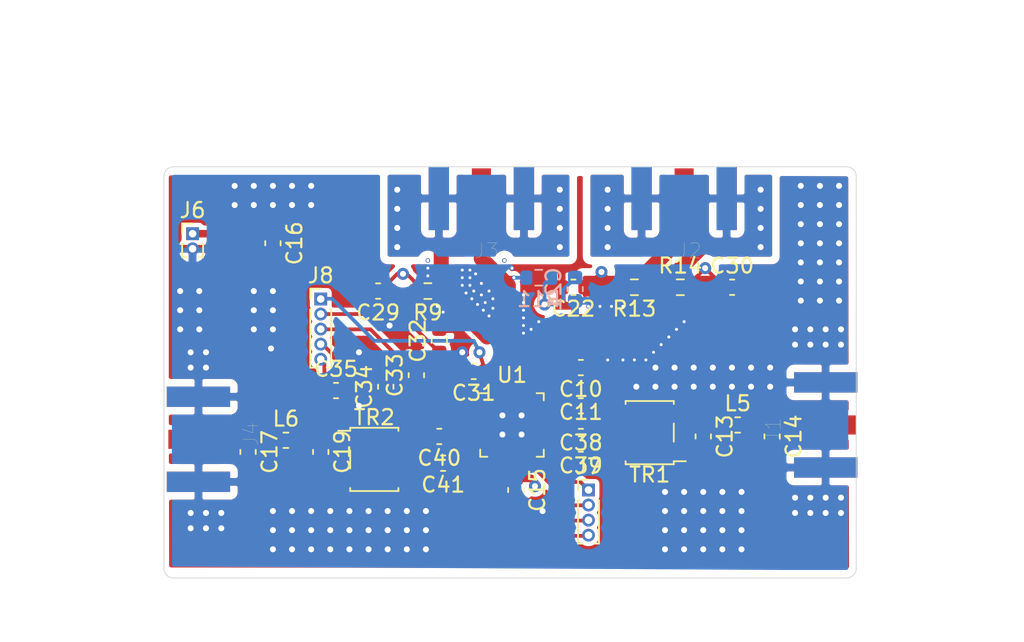
<source format=kicad_pcb>
(kicad_pcb (version 20171130) (host pcbnew "(5.1.9)-1")
  (layers (0 F.Cu signal) (1 In1.Cu power) (2 In2.Cu power) (31 B.Cu signal) (35 F.Paste user) (37 F.SilkS user) (39 F.Mask user) (44 Edge.Cuts user))
  (net 0 "")
  (net 1 "Net-(C10-Pad2)")
  (net 2 "Net-(C10-Pad1)")
  (net 3 "Net-(C11-Pad2)")
  (net 4 GND)
  (net 5 "Net-(C13-Pad1)")
  (net 6 "Net-(C19-Pad1)")
  (net 7 REF)
  (net 8 "Net-(C38-Pad2)")
  (net 9 "Net-(C39-Pad2)")
  (net 10 "Net-(C40-Pad1)")
  (net 11 "Net-(C41-Pad1)")
  (net 12 EN)
  (net 13 EDC)
  (net 14 EIP2)
  (net 15 VCC)
  (net 16 /LO)
  (net 17 /RF)
  (net 18 /Q+)
  (net 19 /I+)
  (net 20 /I-)
  (net 21 /Q-)
  (net 22 /IP2Q)
  (net 23 /DCOQ)
  (net 24 /DCOI)
  (net 25 /IP21)
  (net 26 Vbias)
  (net 27 /LO+)
  (net 28 /LO-)
  (net 29 /RF+)
  (net 30 /RF-)
  (module AdditionalLibs:SAMTEC_SMA-J-P-H-ST-EM1 (layer F.Cu) (at 174.5615 83.5025 270)
    (fp_text reference J4 (at -0.34105 -3.66967 90) (layer F.SilkS) (effects (font (thickness 0.015))))
    (fp_text value "Q OUT")
    (pad 3_2 smd rect (at 2.825 -0.2 270) (size 1.35 4.2) (layers B.Cu B.Paste B.Mask) (net 4 GND))
    (pad 2_2 smd rect (at -2.825 -0.2 270) (size 1.35 4.2) (layers B.Cu B.Paste B.Mask) (net 4 GND))
    (pad 3_1 smd rect (at 2.825 -0.2 270) (size 1.35 4.2) (layers F.Cu F.Paste F.Mask) (net 4 GND))
    (pad 2_1 smd rect (at -2.825 -0.2 270) (size 1.35 4.2) (layers F.Cu F.Paste F.Mask) (net 4 GND))
    (pad 1 smd rect (at 0 0 270) (size 1.27 3.6) (layers F.Cu F.Paste F.Mask) (net 17 /RF))
  )
  (module Connector_PinHeader_1.00mm:PinHeader_1x05_P1.00mm_Vertical (layer F.Cu) (at 182.88 74.184)
    (fp_text reference J8 (at 0 -1.56) (layer F.SilkS))
    (fp_text value Conn_01x05)
    (pad 5 thru_hole oval (at 0 4) (size 0.85 0.85) (drill 0.5) (layers *.Cu *.Mask) (net 25 /IP21))
    (pad 4 thru_hole oval (at 0 3) (size 0.85 0.85) (drill 0.5) (layers *.Cu *.Mask) (net 24 /DCOI))
    (pad 3 thru_hole oval (at 0 2) (size 0.85 0.85) (drill 0.5) (layers *.Cu *.Mask) (net 23 /DCOQ))
    (pad 2 thru_hole oval (at 0 1) (size 0.85 0.85) (drill 0.5) (layers *.Cu *.Mask) (net 22 /IP2Q))
    (pad 1 thru_hole rect (at 0 0) (size 0.85 0.85) (drill 0.5) (layers *.Cu *.Mask) (net 7 REF))
  )
  (module Connector_PinHeader_1.00mm:PinHeader_1x04_P1.00mm_Vertical (layer F.Cu) (at 200.66 86.868)
    (fp_text reference J7 (at 0 -1.56) (layer F.SilkS))
    (fp_text value Conn_01x04)
    (pad 4 thru_hole oval (at 0 3) (size 0.85 0.85) (drill 0.5) (layers *.Cu *.Mask) (net 12 EN))
    (pad 3 thru_hole oval (at 0 2) (size 0.85 0.85) (drill 0.5) (layers *.Cu *.Mask) (net 26 Vbias))
    (pad 2 thru_hole oval (at 0 1) (size 0.85 0.85) (drill 0.5) (layers *.Cu *.Mask) (net 13 EDC))
    (pad 1 thru_hole rect (at 0 0) (size 0.85 0.85) (drill 0.5) (layers *.Cu *.Mask) (net 14 EIP2))
  )
  (module Connector_PinHeader_1.00mm:PinHeader_1x02_P1.00mm_Vertical (layer F.Cu) (at 174.371 69.85)
    (fp_text reference J6 (at 0 -1.56) (layer F.SilkS))
    (fp_text value Conn_01x02)
    (pad 2 thru_hole oval (at 0 1) (size 0.85 0.85) (drill 0.5) (layers *.Cu *.Mask) (net 4 GND))
    (pad 1 thru_hole rect (at 0 0) (size 0.85 0.85) (drill 0.5) (layers *.Cu *.Mask) (net 15 VCC))
  )
  (module AdditionalLibs:SAMTEC_SMA-J-P-H-ST-EM1 (layer F.Cu) (at 193.548 67.31 180)
    (fp_text reference J3 (at -0.34105 -3.66967) (layer F.SilkS) (effects (font (thickness 0.015))))
    (fp_text value "I Out")
    (pad 1 smd rect (at 0 0 180) (size 1.27 3.6) (layers F.Cu F.Paste F.Mask) (net 19 /I+))
    (pad 2_1 smd rect (at -2.825 -0.2 180) (size 1.35 4.2) (layers F.Cu F.Paste F.Mask) (net 20 /I-))
    (pad 3_1 smd rect (at 2.825 -0.2 180) (size 1.35 4.2) (layers F.Cu F.Paste F.Mask) (net 20 /I-))
    (pad 2_2 smd rect (at -2.825 -0.2 180) (size 1.35 4.2) (layers B.Cu B.Paste B.Mask) (net 20 /I-))
    (pad 3_2 smd rect (at 2.825 -0.2 180) (size 1.35 4.2) (layers B.Cu B.Paste B.Mask) (net 20 /I-))
  )
  (module AdditionalLibs:SAMTEC_SMA-J-P-H-ST-EM1 (layer F.Cu) (at 207.01 67.31 180)
    (fp_text reference J2 (at -0.34105 -3.66967) (layer F.SilkS) (effects (font (thickness 0.015))))
    (fp_text value "Q OUT")
    (pad 3_2 smd rect (at 2.825 -0.2 180) (size 1.35 4.2) (layers B.Cu B.Paste B.Mask) (net 21 /Q-))
    (pad 2_2 smd rect (at -2.825 -0.2 180) (size 1.35 4.2) (layers B.Cu B.Paste B.Mask) (net 21 /Q-))
    (pad 3_1 smd rect (at 2.825 -0.2 180) (size 1.35 4.2) (layers F.Cu F.Paste F.Mask) (net 21 /Q-))
    (pad 2_1 smd rect (at -2.825 -0.2 180) (size 1.35 4.2) (layers F.Cu F.Paste F.Mask) (net 21 /Q-))
    (pad 1 smd rect (at 0 0 180) (size 1.27 3.6) (layers F.Cu F.Paste F.Mask) (net 18 /Q+))
  )
  (module AdditionalLibs:SAMTEC_SMA-J-P-H-ST-EM1 (layer F.Cu) (at 216.608 82.55 90)
    (fp_text reference J1 (at -0.34105 -3.66967 90) (layer F.SilkS) (effects (font (thickness 0.015))))
    (fp_text value LO)
    (pad 1 smd rect (at 0 0 90) (size 1.27 3.6) (layers F.Cu F.Paste F.Mask) (net 16 /LO))
    (pad 2_1 smd rect (at -2.825 -0.2 90) (size 1.35 4.2) (layers F.Cu F.Paste F.Mask) (net 4 GND))
    (pad 3_1 smd rect (at 2.825 -0.2 90) (size 1.35 4.2) (layers F.Cu F.Paste F.Mask) (net 4 GND))
    (pad 2_2 smd rect (at -2.825 -0.2 90) (size 1.35 4.2) (layers B.Cu B.Paste B.Mask) (net 4 GND))
    (pad 3_2 smd rect (at 2.825 -0.2 90) (size 1.35 4.2) (layers B.Cu B.Paste B.Mask) (net 4 GND))
  )
  (module Capacitor_SMD:C_0603_1608Metric (layer F.Cu) (at 195.834 86.868 270)
    (fp_text reference C15 (at 0 -1.43 90) (layer F.SilkS))
    (fp_text value C)
    (pad 2 smd roundrect (at 0.775 0 270) (size 0.9 0.95) (layers F.Cu F.Paste F.Mask) (net 4 GND))
    (pad 1 smd roundrect (at -0.775 0 270) (size 0.9 0.95) (layers F.Cu F.Paste F.Mask) (net 15 VCC))
  )
  (module Transformer_SMD:Transformer_MACOM_SM-22 (layer F.Cu) (at 186.436 84.836)
    (fp_text reference TR2 (at 0 -2.794) (layer F.SilkS))
    (fp_text value ETC1-1-13)
    (pad 5 smd rect (at 1.715 -1.27) (size 1.4 0.76) (layers F.Cu F.Paste F.Mask) (net 29 /RF+))
    (pad 4 smd rect (at 1.715 0) (size 1.4 0.76) (layers F.Cu F.Paste F.Mask) (net 4 GND))
    (pad 3 smd rect (at 1.715 1.27) (size 1.4 0.76) (layers F.Cu F.Paste F.Mask) (net 30 /RF-))
    (pad 2 smd rect (at -1.715 1.27) (size 1.4 0.76) (layers F.Cu F.Paste F.Mask) (net 4 GND))
    (pad 1 smd rect (at -1.715 -1.27) (size 1.4 0.76) (layers F.Cu F.Paste F.Mask) (net 6 "Net-(C19-Pad1)"))
  )
  (module Transformer_SMD:Transformer_MACOM_SM-22 (layer F.Cu) (at 204.724 83.058 180)
    (fp_text reference TR1 (at 0 -2.794) (layer F.SilkS))
    (fp_text value ETC1-1-13)
    (pad 5 smd rect (at 1.715 -1.27 180) (size 1.4 0.76) (layers F.Cu F.Paste F.Mask) (net 28 /LO-))
    (pad 4 smd rect (at 1.715 0 180) (size 1.4 0.76) (layers F.Cu F.Paste F.Mask) (net 4 GND))
    (pad 3 smd rect (at 1.715 1.27 180) (size 1.4 0.76) (layers F.Cu F.Paste F.Mask) (net 27 /LO+))
    (pad 2 smd rect (at -1.715 1.27 180) (size 1.4 0.76) (layers F.Cu F.Paste F.Mask) (net 5 "Net-(C13-Pad1)"))
    (pad 1 smd rect (at -1.715 -1.27 180) (size 1.4 0.76) (layers F.Cu F.Paste F.Mask) (net 4 GND))
  )
  (module Resistor_SMD:R_0603_1608Metric (layer F.Cu) (at 206.756 73.406)
    (fp_text reference R14 (at 0 -1.43) (layer F.SilkS))
    (fp_text value R)
    (pad 2 smd roundrect (at 0.825 0) (size 0.8 0.95) (layers F.Cu F.Paste F.Mask) (net 15 VCC))
    (pad 1 smd roundrect (at -0.825 0) (size 0.8 0.95) (layers F.Cu F.Paste F.Mask) (net 21 /Q-))
  )
  (module Resistor_SMD:R_0603_1608Metric (layer F.Cu) (at 203.708 73.406 180)
    (fp_text reference R13 (at 0 -1.43) (layer F.SilkS))
    (fp_text value R)
    (pad 2 smd roundrect (at 0.825 0 180) (size 0.8 0.95) (layers F.Cu F.Paste F.Mask) (net 15 VCC))
    (pad 1 smd roundrect (at -0.825 0 180) (size 0.8 0.95) (layers F.Cu F.Paste F.Mask) (net 18 /Q+))
  )
  (module Resistor_SMD:R_0603_1608Metric (layer B.Cu) (at 197.358 72.771)
    (fp_text reference R11 (at 0 1.43) (layer B.SilkS) (effects (justify mirror)))
    (fp_text value R)
    (pad 2 smd roundrect (at 0.825 0) (size 0.8 0.95) (layers B.Cu B.Paste B.Mask) (net 15 VCC))
    (pad 1 smd roundrect (at -0.825 0) (size 0.8 0.95) (layers B.Cu B.Paste B.Mask) (net 19 /I+))
  )
  (module Resistor_SMD:R_0603_1608Metric (layer F.Cu) (at 189.992 73.66 180)
    (fp_text reference R9 (at 0 -1.43) (layer F.SilkS))
    (fp_text value R)
    (pad 2 smd roundrect (at 0.825 0 180) (size 0.8 0.95) (layers F.Cu F.Paste F.Mask) (net 15 VCC))
    (pad 1 smd roundrect (at -0.825 0 180) (size 0.8 0.95) (layers F.Cu F.Paste F.Mask) (net 20 /I-))
  )
  (module Inductor_SMD:L_0603_1608Metric (layer F.Cu) (at 180.5685 83.566)
    (fp_text reference L6 (at 0 -1.43) (layer F.SilkS))
    (fp_text value L)
    (pad 2 smd roundrect (at 0.7875 0) (size 0.875 0.95) (layers F.Cu F.Paste F.Mask) (net 6 "Net-(C19-Pad1)"))
    (pad 1 smd roundrect (at -0.7875 0) (size 0.875 0.95) (layers F.Cu F.Paste F.Mask) (net 17 /RF))
  )
  (module Inductor_SMD:L_0603_1608Metric (layer F.Cu) (at 210.566 82.55)
    (fp_text reference L5 (at 0 -1.43) (layer F.SilkS))
    (fp_text value L)
    (pad 2 smd roundrect (at 0.7875 0) (size 0.875 0.95) (layers F.Cu F.Paste F.Mask) (net 16 /LO))
    (pad 1 smd roundrect (at -0.7875 0) (size 0.875 0.95) (layers F.Cu F.Paste F.Mask) (net 5 "Net-(C13-Pad1)"))
  )
  (module Capacitor_SMD:C_0603_1608Metric (layer F.Cu) (at 191.008 85.09 180)
    (fp_text reference C41 (at 0 -1.43) (layer F.SilkS))
    (fp_text value C)
    (pad 2 smd roundrect (at 0.775 0 180) (size 0.9 0.95) (layers F.Cu F.Paste F.Mask) (net 30 /RF-))
    (pad 1 smd roundrect (at -0.775 0 180) (size 0.9 0.95) (layers F.Cu F.Paste F.Mask) (net 11 "Net-(C41-Pad1)"))
  )
  (module Capacitor_SMD:C_0603_1608Metric (layer F.Cu) (at 190.754 83.312 180)
    (fp_text reference C40 (at 0 -1.43) (layer F.SilkS))
    (fp_text value C)
    (pad 2 smd roundrect (at 0.775 0 180) (size 0.9 0.95) (layers F.Cu F.Paste F.Mask) (net 29 /RF+))
    (pad 1 smd roundrect (at -0.775 0 180) (size 0.9 0.95) (layers F.Cu F.Paste F.Mask) (net 10 "Net-(C40-Pad1)"))
  )
  (module Capacitor_SMD:C_0603_1608Metric (layer F.Cu) (at 200.152 83.82 180)
    (fp_text reference C39 (at 0 -1.43) (layer F.SilkS))
    (fp_text value C)
    (pad 2 smd roundrect (at 0.775 0 180) (size 0.9 0.95) (layers F.Cu F.Paste F.Mask) (net 9 "Net-(C39-Pad2)"))
    (pad 1 smd roundrect (at -0.775 0 180) (size 0.9 0.95) (layers F.Cu F.Paste F.Mask) (net 28 /LO-))
  )
  (module Capacitor_SMD:C_0603_1608Metric (layer F.Cu) (at 200.152 82.296 180)
    (fp_text reference C38 (at 0 -1.43) (layer F.SilkS))
    (fp_text value C)
    (pad 2 smd roundrect (at 0.775 0 180) (size 0.9 0.95) (layers F.Cu F.Paste F.Mask) (net 8 "Net-(C38-Pad2)"))
    (pad 1 smd roundrect (at -0.775 0 180) (size 0.9 0.95) (layers F.Cu F.Paste F.Mask) (net 27 /LO+))
  )
  (module Capacitor_SMD:C_0603_1608Metric (layer F.Cu) (at 183.896 80.264)
    (fp_text reference C35 (at 0 -1.43) (layer F.SilkS))
    (fp_text value C)
    (pad 2 smd roundrect (at 0.775 0) (size 0.9 0.95) (layers F.Cu F.Paste F.Mask) (net 4 GND))
    (pad 1 smd roundrect (at -0.775 0) (size 0.9 0.95) (layers F.Cu F.Paste F.Mask) (net 25 /IP21))
  )
  (module Capacitor_SMD:C_0603_1608Metric (layer F.Cu) (at 187.198 80.01 90)
    (fp_text reference C34 (at 0 -1.43 90) (layer F.SilkS))
    (fp_text value C)
    (pad 2 smd roundrect (at 0.775 0 90) (size 0.9 0.95) (layers F.Cu F.Paste F.Mask) (net 4 GND))
    (pad 1 smd roundrect (at -0.775 0 90) (size 0.9 0.95) (layers F.Cu F.Paste F.Mask) (net 24 /DCOI))
  )
  (module Capacitor_SMD:C_0603_1608Metric (layer F.Cu) (at 189.23 79.248 90)
    (fp_text reference C33 (at 0 -1.43 90) (layer F.SilkS))
    (fp_text value C)
    (pad 2 smd roundrect (at 0.775 0 90) (size 0.9 0.95) (layers F.Cu F.Paste F.Mask) (net 4 GND))
    (pad 1 smd roundrect (at -0.775 0 90) (size 0.9 0.95) (layers F.Cu F.Paste F.Mask) (net 23 /DCOQ))
  )
  (module Capacitor_SMD:C_0603_1608Metric (layer F.Cu) (at 190.754 76.962 90)
    (fp_text reference C32 (at 0 -1.43 90) (layer F.SilkS))
    (fp_text value C)
    (pad 2 smd roundrect (at 0.775 0 90) (size 0.9 0.95) (layers F.Cu F.Paste F.Mask) (net 4 GND))
    (pad 1 smd roundrect (at -0.775 0 90) (size 0.9 0.95) (layers F.Cu F.Paste F.Mask) (net 22 /IP2Q))
  )
  (module Capacitor_SMD:C_0603_1608Metric (layer F.Cu) (at 193.04 78.994 180)
    (fp_text reference C31 (at 0 -1.43) (layer F.SilkS))
    (fp_text value C)
    (pad 2 smd roundrect (at 0.775 0 180) (size 0.9 0.95) (layers F.Cu F.Paste F.Mask) (net 4 GND))
    (pad 1 smd roundrect (at -0.775 0 180) (size 0.9 0.95) (layers F.Cu F.Paste F.Mask) (net 7 REF))
  )
  (module Capacitor_SMD:C_0603_1608Metric (layer F.Cu) (at 210.198 73.406)
    (fp_text reference C30 (at 0 -1.43) (layer F.SilkS))
    (fp_text value C)
    (pad 2 smd roundrect (at 0.775 0) (size 0.9 0.95) (layers F.Cu F.Paste F.Mask) (net 4 GND))
    (pad 1 smd roundrect (at -0.775 0) (size 0.9 0.95) (layers F.Cu F.Paste F.Mask) (net 15 VCC))
  )
  (module Capacitor_SMD:C_0603_1608Metric (layer F.Cu) (at 186.69 73.66 180)
    (fp_text reference C29 (at 0 -1.43) (layer F.SilkS))
    (fp_text value C)
    (pad 2 smd roundrect (at 0.775 0 180) (size 0.9 0.95) (layers F.Cu F.Paste F.Mask) (net 4 GND))
    (pad 1 smd roundrect (at -0.775 0 180) (size 0.9 0.95) (layers F.Cu F.Paste F.Mask) (net 15 VCC))
  )
  (module Capacitor_SMD:C_0603_1608Metric (layer F.Cu) (at 199.657 73.406 180)
    (fp_text reference C22 (at 0 -1.43) (layer F.SilkS))
    (fp_text value C)
    (pad 2 smd roundrect (at 0.775 0 180) (size 0.9 0.95) (layers F.Cu F.Paste F.Mask) (net 4 GND))
    (pad 1 smd roundrect (at -0.775 0 180) (size 0.9 0.95) (layers F.Cu F.Paste F.Mask) (net 15 VCC))
  )
  (module Capacitor_SMD:C_0603_1608Metric (layer B.Cu) (at 199.771 73.533 270)
    (fp_text reference C21 (at 0 1.43 90) (layer B.SilkS) (effects (justify mirror)))
    (fp_text value C)
    (pad 2 smd roundrect (at 0.775 0 270) (size 0.9 0.95) (layers B.Cu B.Paste B.Mask) (net 4 GND))
    (pad 1 smd roundrect (at -0.775 0 270) (size 0.9 0.95) (layers B.Cu B.Paste B.Mask) (net 15 VCC))
  )
  (module Capacitor_SMD:C_0603_1608Metric (layer F.Cu) (at 182.88 84.341 270)
    (fp_text reference C19 (at 0 -1.43 90) (layer F.SilkS))
    (fp_text value C)
    (pad 2 smd roundrect (at 0.775 0 270) (size 0.9 0.95) (layers F.Cu F.Paste F.Mask) (net 4 GND))
    (pad 1 smd roundrect (at -0.775 0 270) (size 0.9 0.95) (layers F.Cu F.Paste F.Mask) (net 6 "Net-(C19-Pad1)"))
  )
  (module Capacitor_SMD:C_0603_1608Metric (layer F.Cu) (at 178.054 84.341 270)
    (fp_text reference C17 (at 0 -1.43 90) (layer F.SilkS))
    (fp_text value C)
    (pad 2 smd roundrect (at 0.775 0 270) (size 0.9 0.95) (layers F.Cu F.Paste F.Mask) (net 4 GND))
    (pad 1 smd roundrect (at -0.775 0 270) (size 0.9 0.95) (layers F.Cu F.Paste F.Mask) (net 17 /RF))
  )
  (module Capacitor_SMD:C_0603_1608Metric (layer F.Cu) (at 179.705 70.485 270)
    (fp_text reference C16 (at 0 -1.43 90) (layer F.SilkS))
    (fp_text value C)
    (pad 2 smd roundrect (at 0.775 0 270) (size 0.9 0.95) (layers F.Cu F.Paste F.Mask) (net 4 GND))
    (pad 1 smd roundrect (at -0.775 0 270) (size 0.9 0.95) (layers F.Cu F.Paste F.Mask) (net 15 VCC))
  )
  (module Capacitor_SMD:C_0603_1608Metric (layer F.Cu) (at 212.852 83.312 270)
    (fp_text reference C14 (at 0 -1.43 90) (layer F.SilkS))
    (fp_text value C)
    (pad 2 smd roundrect (at 0.775 0 270) (size 0.9 0.95) (layers F.Cu F.Paste F.Mask) (net 4 GND))
    (pad 1 smd roundrect (at -0.775 0 270) (size 0.9 0.95) (layers F.Cu F.Paste F.Mask) (net 16 /LO))
  )
  (module Capacitor_SMD:C_0603_1608Metric (layer F.Cu) (at 208.28 83.312 270)
    (fp_text reference C13 (at 0 -1.43 90) (layer F.SilkS))
    (fp_text value C)
    (pad 2 smd roundrect (at 0.775 0 270) (size 0.9 0.95) (layers F.Cu F.Paste F.Mask) (net 4 GND))
    (pad 1 smd roundrect (at -0.775 0 270) (size 0.9 0.95) (layers F.Cu F.Paste F.Mask) (net 5 "Net-(C13-Pad1)"))
  )
  (module Capacitor_SMD:C_0603_1608Metric (layer F.Cu) (at 200.152 80.264 180)
    (fp_text reference C11 (at 0 -1.43) (layer F.SilkS))
    (fp_text value C)
    (pad 2 smd roundrect (at 0.775 0 180) (size 0.9 0.95) (layers F.Cu F.Paste F.Mask) (net 3 "Net-(C11-Pad2)"))
    (pad 1 smd roundrect (at -0.775 0 180) (size 0.9 0.95) (layers F.Cu F.Paste F.Mask) (net 2 "Net-(C10-Pad1)"))
  )
  (module Capacitor_SMD:C_0603_1608Metric (layer F.Cu) (at 200.152 78.74 180)
    (fp_text reference C10 (at 0 -1.43) (layer F.SilkS))
    (fp_text value C)
    (pad 2 smd roundrect (at 0.775 0 180) (size 0.9 0.95) (layers F.Cu F.Paste F.Mask) (net 1 "Net-(C10-Pad2)"))
    (pad 1 smd roundrect (at -0.775 0 180) (size 0.9 0.95) (layers F.Cu F.Paste F.Mask) (net 2 "Net-(C10-Pad1)"))
  )
  (module Package_DFN_QFN:VQFN-24-1EP_4x4mm_P0.5mm_EP2.45x2.45mm (layer F.Cu) (at 195.58 82.55)
    (fp_text reference U1 (at 0 -3.32) (layer F.SilkS))
    (fp_text value LTC5584)
    (pad 1 smd roundrect (at -1.9875 -1.25) (size 0.775 0.25) (layers F.Cu F.Paste F.Mask) (net 22 /IP2Q))
    (pad 2 smd roundrect (at -1.9875 -0.75) (size 0.775 0.25) (layers F.Cu F.Paste F.Mask) (net 23 /DCOQ))
    (pad 3 smd roundrect (at -1.9875 -0.25) (size 0.775 0.25) (layers F.Cu F.Paste F.Mask) (net 24 /DCOI))
    (pad 4 smd roundrect (at -1.9875 0.25) (size 0.775 0.25) (layers F.Cu F.Paste F.Mask) (net 25 /IP21))
    (pad 5 smd roundrect (at -1.9875 0.75) (size 0.775 0.25) (layers F.Cu F.Paste F.Mask) (net 10 "Net-(C40-Pad1)"))
    (pad 6 smd roundrect (at -1.9875 1.25) (size 0.775 0.25) (layers F.Cu F.Paste F.Mask) (net 11 "Net-(C41-Pad1)"))
    (pad 7 smd roundrect (at -1.25 1.9875) (size 0.25 0.775) (layers F.Cu F.Paste F.Mask) (net 12 EN))
    (pad 8 smd roundrect (at -0.75 1.9875) (size 0.25 0.775) (layers F.Cu F.Paste F.Mask) (net 4 GND))
    (pad 9 smd roundrect (at -0.25 1.9875) (size 0.25 0.775) (layers F.Cu F.Paste F.Mask) (net 26 Vbias))
    (pad 10 smd roundrect (at 0.25 1.9875) (size 0.25 0.775) (layers F.Cu F.Paste F.Mask) (net 15 VCC))
    (pad 11 smd roundrect (at 0.75 1.9875) (size 0.25 0.775) (layers F.Cu F.Paste F.Mask) (net 13 EDC))
    (pad 12 smd roundrect (at 1.25 1.9875) (size 0.25 0.775) (layers F.Cu F.Paste F.Mask) (net 14 EIP2))
    (pad 13 smd roundrect (at 1.9875 1.25) (size 0.775 0.25) (layers F.Cu F.Paste F.Mask) (net 4 GND))
    (pad 14 smd roundrect (at 1.9875 0.75) (size 0.775 0.25) (layers F.Cu F.Paste F.Mask) (net 4 GND))
    (pad 15 smd roundrect (at 1.9875 0.25) (size 0.775 0.25) (layers F.Cu F.Paste F.Mask) (net 9 "Net-(C39-Pad2)"))
    (pad 16 smd roundrect (at 1.9875 -0.25) (size 0.775 0.25) (layers F.Cu F.Paste F.Mask) (net 8 "Net-(C38-Pad2)"))
    (pad 17 smd roundrect (at 1.9875 -0.75) (size 0.775 0.25) (layers F.Cu F.Paste F.Mask) (net 2 "Net-(C10-Pad1)"))
    (pad 18 smd roundrect (at 1.9875 -1.25) (size 0.775 0.25) (layers F.Cu F.Paste F.Mask) (net 3 "Net-(C11-Pad2)"))
    (pad 19 smd roundrect (at 1.25 -1.9875) (size 0.25 0.775) (layers F.Cu F.Paste F.Mask) (net 1 "Net-(C10-Pad2)"))
    (pad 20 smd roundrect (at 0.75 -1.9875) (size 0.25 0.775) (layers F.Cu F.Paste F.Mask) (net 21 /Q-))
    (pad 21 smd roundrect (at 0.25 -1.9875) (size 0.25 0.775) (layers F.Cu F.Paste F.Mask) (net 18 /Q+))
    (pad 22 smd roundrect (at -0.25 -1.9875) (size 0.25 0.775) (layers F.Cu F.Paste F.Mask) (net 19 /I+))
    (pad 23 smd roundrect (at -0.75 -1.9875) (size 0.25 0.775) (layers F.Cu F.Paste F.Mask) (net 20 /I-))
    (pad 24 smd roundrect (at -1.25 -1.9875) (size 0.25 0.775) (layers F.Cu F.Paste F.Mask) (net 7 REF))
    (pad 25 smd rect (at 0 0) (size 2.45 2.45) (layers F.Cu F.Mask) (net 4 GND))
  )
  (gr_line (start 218.44 66.04) (end 218.44 92.075) (layer Edge.Cuts) (width 0.05))
  (gr_line (start 217.805 92.71) (end 173.101 92.71) (layer Edge.Cuts) (width 0.05))
  (gr_line (start 173.101 65.405) (end 217.805 65.405) (layer Edge.Cuts) (width 0.05))
  (gr_line (start 172.466 92.075) (end 172.466 66.04) (layer Edge.Cuts) (width 0.05))
  (gr_arc (start 173.101 66.04) (end 173.101 65.405) (angle -90) (layer Edge.Cuts) (width 0.05))
  (gr_arc (start 173.101 92.075) (end 172.466 92.075) (angle -90) (layer Edge.Cuts) (width 0.05))
  (gr_arc (start 217.805 92.075) (end 217.805 92.71) (angle -90) (layer Edge.Cuts) (width 0.05))
  (gr_arc (start 217.805 66.04) (end 218.44 66.04) (angle -90) (layer Edge.Cuts) (width 0.05))
  (segment (start 199.377 78.74) (end 198.882 78.74) (width 0.25) (layer F.Cu) (net 1))
  (segment (start 198.882 78.74) (end 197.104 80.518) (width 0.25) (layer F.Cu) (net 1))
  (segment (start 197.104 80.518) (end 196.85 80.518) (width 0.25) (layer F.Cu) (net 1))
  (segment (start 197.5675 81.8) (end 198.108 81.8) (width 0.25) (layer F.Cu) (net 2))
  (segment (start 198.108 81.8) (end 198.628 81.28) (width 0.25) (layer F.Cu) (net 2))
  (segment (start 198.628 81.28) (end 200.152 81.28) (width 0.25) (layer F.Cu) (net 2))
  (segment (start 200.152 81.28) (end 200.914 80.518) (width 0.25) (layer F.Cu) (net 2))
  (segment (start 200.914 80.518) (end 200.914 80.264) (width 0.25) (layer F.Cu) (net 2))
  (segment (start 200.914 80.264) (end 200.914 78.74) (width 0.25) (layer F.Cu) (net 2))
  (segment (start 197.5675 81.3) (end 198.6035 80.264) (width 0.25) (layer F.Cu) (net 3))
  (segment (start 198.6035 80.264) (end 199.39 80.264) (width 0.25) (layer F.Cu) (net 3))
  (via (at 205.74 86.995) (size 0.8) (drill 0.4) (layers F.Cu B.Cu) (net 4))
  (via (at 207.01 86.995) (size 0.8) (drill 0.4) (layers F.Cu B.Cu) (net 4))
  (via (at 208.28 86.995) (size 0.8) (drill 0.4) (layers F.Cu B.Cu) (net 4))
  (via (at 209.55 86.995) (size 0.8) (drill 0.4) (layers F.Cu B.Cu) (net 4))
  (via (at 210.82 86.995) (size 0.8) (drill 0.4) (layers F.Cu B.Cu) (net 4))
  (via (at 205.74 88.265) (size 0.8) (drill 0.4) (layers F.Cu B.Cu) (net 4))
  (via (at 207.01 88.265) (size 0.8) (drill 0.4) (layers F.Cu B.Cu) (net 4))
  (via (at 208.28 88.265) (size 0.8) (drill 0.4) (layers F.Cu B.Cu) (net 4))
  (via (at 209.55 88.265) (size 0.8) (drill 0.4) (layers F.Cu B.Cu) (net 4))
  (via (at 210.82 88.265) (size 0.8) (drill 0.4) (layers F.Cu B.Cu) (net 4))
  (via (at 205.74 90.805) (size 0.8) (drill 0.4) (layers F.Cu B.Cu) (net 4))
  (via (at 207.01 89.535) (size 0.8) (drill 0.4) (layers F.Cu B.Cu) (net 4))
  (via (at 208.28 89.535) (size 0.8) (drill 0.4) (layers F.Cu B.Cu) (net 4))
  (via (at 209.55 90.805) (size 0.8) (drill 0.4) (layers F.Cu B.Cu) (net 4))
  (via (at 209.55 89.535) (size 0.8) (drill 0.4) (layers F.Cu B.Cu) (net 4))
  (via (at 207.01 90.805) (size 0.8) (drill 0.4) (layers F.Cu B.Cu) (net 4))
  (via (at 208.28 90.805) (size 0.8) (drill 0.4) (layers F.Cu B.Cu) (net 4))
  (via (at 205.74 89.535) (size 0.8) (drill 0.4) (layers F.Cu B.Cu) (net 4))
  (via (at 210.82 89.535) (size 0.8) (drill 0.4) (layers F.Cu B.Cu) (net 4))
  (via (at 210.82 90.805) (size 0.8) (drill 0.4) (layers F.Cu B.Cu) (net 4))
  (via (at 212.725 78.74) (size 0.8) (drill 0.4) (layers F.Cu B.Cu) (net 4))
  (via (at 203.835 80.01) (size 0.8) (drill 0.4) (layers F.Cu B.Cu) (net 4))
  (via (at 205.105 78.74) (size 0.8) (drill 0.4) (layers F.Cu B.Cu) (net 4))
  (via (at 206.375 78.74) (size 0.8) (drill 0.4) (layers F.Cu B.Cu) (net 4))
  (via (at 210.185 80.01) (size 0.8) (drill 0.4) (layers F.Cu B.Cu) (net 4))
  (via (at 207.645 80.01) (size 0.8) (drill 0.4) (layers F.Cu B.Cu) (net 4))
  (via (at 212.725 80.01) (size 0.8) (drill 0.4) (layers F.Cu B.Cu) (net 4))
  (via (at 207.645 78.74) (size 0.8) (drill 0.4) (layers F.Cu B.Cu) (net 4))
  (via (at 205.105 80.01) (size 0.8) (drill 0.4) (layers F.Cu B.Cu) (net 4))
  (via (at 211.455 78.74) (size 0.8) (drill 0.4) (layers F.Cu B.Cu) (net 4))
  (via (at 211.455 80.01) (size 0.8) (drill 0.4) (layers F.Cu B.Cu) (net 4))
  (via (at 206.375 80.01) (size 0.8) (drill 0.4) (layers F.Cu B.Cu) (net 4))
  (via (at 208.915 80.01) (size 0.8) (drill 0.4) (layers F.Cu B.Cu) (net 4))
  (via (at 210.185 78.74) (size 0.8) (drill 0.4) (layers F.Cu B.Cu) (net 4))
  (via (at 208.915 78.74) (size 0.8) (drill 0.4) (layers F.Cu B.Cu) (net 4))
  (via (at 183.515 90.805) (size 0.8) (drill 0.4) (layers F.Cu B.Cu) (net 4))
  (via (at 188.595 88.265) (size 0.8) (drill 0.4) (layers F.Cu B.Cu) (net 4))
  (via (at 189.865 88.265) (size 0.8) (drill 0.4) (layers F.Cu B.Cu) (net 4))
  (via (at 179.705 89.535) (size 0.8) (drill 0.4) (layers F.Cu B.Cu) (net 4))
  (via (at 184.785 90.805) (size 0.8) (drill 0.4) (layers F.Cu B.Cu) (net 4))
  (via (at 180.975 88.265) (size 0.8) (drill 0.4) (layers F.Cu B.Cu) (net 4))
  (via (at 187.325 89.535) (size 0.8) (drill 0.4) (layers F.Cu B.Cu) (net 4))
  (via (at 188.595 89.535) (size 0.8) (drill 0.4) (layers F.Cu B.Cu) (net 4))
  (via (at 182.245 88.265) (size 0.8) (drill 0.4) (layers F.Cu B.Cu) (net 4))
  (via (at 183.515 89.535) (size 0.8) (drill 0.4) (layers F.Cu B.Cu) (net 4))
  (via (at 187.325 88.265) (size 0.8) (drill 0.4) (layers F.Cu B.Cu) (net 4))
  (via (at 183.515 88.265) (size 0.8) (drill 0.4) (layers F.Cu B.Cu) (net 4))
  (via (at 180.975 89.535) (size 0.8) (drill 0.4) (layers F.Cu B.Cu) (net 4))
  (via (at 182.245 90.805) (size 0.8) (drill 0.4) (layers F.Cu B.Cu) (net 4))
  (via (at 186.055 88.265) (size 0.8) (drill 0.4) (layers F.Cu B.Cu) (net 4))
  (via (at 186.055 90.805) (size 0.8) (drill 0.4) (layers F.Cu B.Cu) (net 4))
  (via (at 182.245 89.535) (size 0.8) (drill 0.4) (layers F.Cu B.Cu) (net 4))
  (via (at 189.865 90.805) (size 0.8) (drill 0.4) (layers F.Cu B.Cu) (net 4))
  (via (at 179.705 88.265) (size 0.8) (drill 0.4) (layers F.Cu B.Cu) (net 4))
  (via (at 188.595 90.805) (size 0.8) (drill 0.4) (layers F.Cu B.Cu) (net 4))
  (via (at 187.325 90.805) (size 0.8) (drill 0.4) (layers F.Cu B.Cu) (net 4))
  (via (at 189.865 89.535) (size 0.8) (drill 0.4) (layers F.Cu B.Cu) (net 4))
  (via (at 180.975 90.805) (size 0.8) (drill 0.4) (layers F.Cu B.Cu) (net 4))
  (via (at 186.055 89.535) (size 0.8) (drill 0.4) (layers F.Cu B.Cu) (net 4))
  (via (at 184.785 88.265) (size 0.8) (drill 0.4) (layers F.Cu B.Cu) (net 4))
  (via (at 184.785 89.535) (size 0.8) (drill 0.4) (layers F.Cu B.Cu) (net 4))
  (via (at 179.705 90.805) (size 0.8) (drill 0.4) (layers F.Cu B.Cu) (net 4))
  (via (at 217.297 73.025) (size 0.8) (drill 0.4) (layers F.Cu B.Cu) (net 4))
  (via (at 216.027 74.295) (size 0.8) (drill 0.4) (layers F.Cu B.Cu) (net 4))
  (via (at 217.297 71.755) (size 0.8) (drill 0.4) (layers F.Cu B.Cu) (net 4))
  (via (at 178.435 67.945) (size 0.8) (drill 0.4) (layers F.Cu B.Cu) (net 4))
  (via (at 180.975 67.945) (size 0.8) (drill 0.4) (layers F.Cu B.Cu) (net 4))
  (via (at 217.297 74.295) (size 0.8) (drill 0.4) (layers F.Cu B.Cu) (net 4))
  (via (at 179.705 67.945) (size 0.8) (drill 0.4) (layers F.Cu B.Cu) (net 4))
  (via (at 216.027 71.755) (size 0.8) (drill 0.4) (layers F.Cu B.Cu) (net 4))
  (via (at 216.027 70.485) (size 0.8) (drill 0.4) (layers F.Cu B.Cu) (net 4))
  (via (at 182.245 67.945) (size 0.8) (drill 0.4) (layers F.Cu B.Cu) (net 4))
  (via (at 214.757 73.025) (size 0.8) (drill 0.4) (layers F.Cu B.Cu) (net 4))
  (via (at 179.578 77.47) (size 0.8) (drill 0.4) (layers F.Cu B.Cu) (net 4))
  (via (at 214.757 70.485) (size 0.8) (drill 0.4) (layers F.Cu B.Cu) (net 4))
  (via (at 216.027 73.025) (size 0.8) (drill 0.4) (layers F.Cu B.Cu) (net 4))
  (via (at 177.165 67.945) (size 0.8) (drill 0.4) (layers F.Cu B.Cu) (net 4))
  (via (at 214.757 71.755) (size 0.8) (drill 0.4) (layers F.Cu B.Cu) (net 4))
  (via (at 214.757 74.295) (size 0.8) (drill 0.4) (layers F.Cu B.Cu) (net 4))
  (via (at 217.297 70.485) (size 0.8) (drill 0.4) (layers F.Cu B.Cu) (net 4))
  (via (at 214.757 69.215) (size 0.8) (drill 0.4) (layers F.Cu B.Cu) (net 4))
  (via (at 182.245 66.675) (size 0.8) (drill 0.4) (layers F.Cu B.Cu) (net 4))
  (via (at 173.5455 74.93) (size 0.8) (drill 0.4) (layers F.Cu B.Cu) (net 4))
  (via (at 178.435 76.2) (size 0.8) (drill 0.4) (layers F.Cu B.Cu) (net 4))
  (via (at 174.8155 73.66) (size 0.8) (drill 0.4) (layers F.Cu B.Cu) (net 4))
  (via (at 214.757 66.675) (size 0.8) (drill 0.4) (layers F.Cu B.Cu) (net 4))
  (via (at 216.027 66.675) (size 0.8) (drill 0.4) (layers F.Cu B.Cu) (net 4))
  (via (at 177.165 66.675) (size 0.8) (drill 0.4) (layers F.Cu B.Cu) (net 4))
  (via (at 179.705 66.675) (size 0.8) (drill 0.4) (layers F.Cu B.Cu) (net 4))
  (via (at 174.8155 74.93) (size 0.8) (drill 0.4) (layers F.Cu B.Cu) (net 4))
  (via (at 179.705 73.66) (size 0.8) (drill 0.4) (layers F.Cu B.Cu) (net 4))
  (via (at 178.435 66.675) (size 0.8) (drill 0.4) (layers F.Cu B.Cu) (net 4))
  (via (at 179.705 76.2) (size 0.8) (drill 0.4) (layers F.Cu B.Cu) (net 4))
  (via (at 180.975 66.675) (size 0.8) (drill 0.4) (layers F.Cu B.Cu) (net 4))
  (via (at 217.297 67.945) (size 0.8) (drill 0.4) (layers F.Cu B.Cu) (net 4))
  (via (at 173.5455 73.66) (size 0.8) (drill 0.4) (layers F.Cu B.Cu) (net 4))
  (via (at 216.027 69.215) (size 0.8) (drill 0.4) (layers F.Cu B.Cu) (net 4))
  (via (at 216.027 67.945) (size 0.8) (drill 0.4) (layers F.Cu B.Cu) (net 4))
  (via (at 217.297 69.215) (size 0.8) (drill 0.4) (layers F.Cu B.Cu) (net 4))
  (via (at 214.757 67.945) (size 0.8) (drill 0.4) (layers F.Cu B.Cu) (net 4))
  (via (at 217.297 66.675) (size 0.8) (drill 0.4) (layers F.Cu B.Cu) (net 4))
  (via (at 174.8155 76.2) (size 0.8) (drill 0.4) (layers F.Cu B.Cu) (net 4))
  (via (at 179.705 74.93) (size 0.8) (drill 0.4) (layers F.Cu B.Cu) (net 4))
  (via (at 178.435 73.66) (size 0.8) (drill 0.4) (layers F.Cu B.Cu) (net 4))
  (via (at 178.435 74.93) (size 0.8) (drill 0.4) (layers F.Cu B.Cu) (net 4))
  (via (at 173.5455 76.2) (size 0.8) (drill 0.4) (layers F.Cu B.Cu) (net 4))
  (via (at 185.42 81.28) (size 0.8) (drill 0.4) (layers F.Cu B.Cu) (net 4))
  (via (at 214.376 77.216) (size 0.8) (drill 0.4) (layers F.Cu B.Cu) (net 4))
  (via (at 216.408 77.216) (size 0.8) (drill 0.4) (layers F.Cu B.Cu) (net 4))
  (via (at 216.408 76.2) (size 0.8) (drill 0.4) (layers F.Cu B.Cu) (net 4))
  (via (at 214.376 76.2) (size 0.8) (drill 0.4) (layers F.Cu B.Cu) (net 4))
  (via (at 217.424 77.216) (size 0.8) (drill 0.4) (layers F.Cu B.Cu) (net 4))
  (via (at 215.392 76.2) (size 0.8) (drill 0.4) (layers F.Cu B.Cu) (net 4))
  (via (at 217.424 76.2) (size 0.8) (drill 0.4) (layers F.Cu B.Cu) (net 4))
  (via (at 215.392 77.216) (size 0.8) (drill 0.4) (layers F.Cu B.Cu) (net 4))
  (via (at 214.376 88.392) (size 0.8) (drill 0.4) (layers F.Cu B.Cu) (net 4))
  (via (at 216.408 88.392) (size 0.8) (drill 0.4) (layers F.Cu B.Cu) (net 4))
  (via (at 216.408 87.376) (size 0.8) (drill 0.4) (layers F.Cu B.Cu) (net 4))
  (via (at 214.376 87.376) (size 0.8) (drill 0.4) (layers F.Cu B.Cu) (net 4))
  (via (at 217.424 88.392) (size 0.8) (drill 0.4) (layers F.Cu B.Cu) (net 4))
  (via (at 215.392 87.376) (size 0.8) (drill 0.4) (layers F.Cu B.Cu) (net 4))
  (via (at 217.424 87.376) (size 0.8) (drill 0.4) (layers F.Cu B.Cu) (net 4))
  (via (at 215.392 88.392) (size 0.8) (drill 0.4) (layers F.Cu B.Cu) (net 4))
  (via (at 176.276 88.392) (size 0.8) (drill 0.4) (layers F.Cu B.Cu) (net 4))
  (via (at 174.244 89.408) (size 0.8) (drill 0.4) (layers F.Cu B.Cu) (net 4))
  (via (at 176.276 89.408) (size 0.8) (drill 0.4) (layers F.Cu B.Cu) (net 4))
  (via (at 174.244 88.392) (size 0.8) (drill 0.4) (layers F.Cu B.Cu) (net 4))
  (via (at 175.26 89.408) (size 0.8) (drill 0.4) (layers F.Cu B.Cu) (net 4))
  (via (at 175.26 88.392) (size 0.8) (drill 0.4) (layers F.Cu B.Cu) (net 4))
  (via (at 197.612 88.265) (size 0.8) (drill 0.4) (layers F.Cu B.Cu) (net 4))
  (segment (start 197.091 87.643) (end 197.104 87.63) (width 0.25) (layer F.Cu) (net 4))
  (segment (start 195.834 87.643) (end 197.091 87.643) (width 0.25) (layer F.Cu) (net 4))
  (via (at 192.278 77.724) (size 0.8) (drill 0.4) (layers F.Cu B.Cu) (net 4))
  (segment (start 192.265 77.737) (end 192.278 77.724) (width 0.25) (layer F.Cu) (net 4))
  (segment (start 192.265 78.994) (end 192.265 77.737) (width 0.25) (layer F.Cu) (net 4))
  (via (at 174.244 77.724) (size 0.8) (drill 0.4) (layers F.Cu B.Cu) (net 4))
  (via (at 175.26 77.724) (size 0.8) (drill 0.4) (layers F.Cu B.Cu) (net 4))
  (via (at 175.26 78.74) (size 0.8) (drill 0.4) (layers F.Cu B.Cu) (net 4))
  (via (at 174.244 78.74) (size 0.8) (drill 0.4) (layers F.Cu B.Cu) (net 4))
  (segment (start 184.671 80.531) (end 185.42 81.28) (width 0.25) (layer F.Cu) (net 4))
  (segment (start 184.671 80.264) (end 184.671 80.531) (width 0.25) (layer F.Cu) (net 4))
  (via (at 185.42 77.724) (size 0.8) (drill 0.4) (layers F.Cu B.Cu) (net 4))
  (via (at 187.452 75.946) (size 0.8) (drill 0.4) (layers F.Cu B.Cu) (net 4))
  (via (at 196.215 81.915) (size 0.8) (drill 0.4) (layers F.Cu B.Cu) (net 4))
  (via (at 194.945 81.915) (size 0.8) (drill 0.4) (layers F.Cu B.Cu) (net 4))
  (segment (start 196.584 83.3) (end 196.215 82.931) (width 0.25) (layer F.Cu) (net 4))
  (segment (start 197.5675 83.3) (end 196.584 83.3) (width 0.25) (layer F.Cu) (net 4))
  (segment (start 179.308 71.104) (end 179.578 71.374) (width 0.25) (layer F.Cu) (net 4))
  (segment (start 197.5675 83.8) (end 197.5675 83.3565) (width 0.25) (layer F.Cu) (net 4))
  (segment (start 197.5675 83.3565) (end 197.612 83.312) (width 0.25) (layer F.Cu) (net 4))
  (segment (start 177.165 70.723) (end 176.165 70.723) (width 0.25) (layer F.Cu) (net 4))
  (segment (start 174.371 70.85) (end 175.244 70.85) (width 0.5) (layer F.Cu) (net 4))
  (segment (start 175.244 70.85) (end 175.768 71.374) (width 0.5) (layer F.Cu) (net 4))
  (segment (start 175.8475 70.85) (end 176.1015 71.104) (width 0.5) (layer F.Cu) (net 4))
  (segment (start 174.371 70.85) (end 175.8475 70.85) (width 0.5) (layer F.Cu) (net 4))
  (segment (start 176.1015 71.104) (end 179.308 71.104) (width 0.25) (layer F.Cu) (net 4))
  (segment (start 175.895 71.104) (end 176.1015 71.104) (width 0.25) (layer F.Cu) (net 4))
  (segment (start 175.8475 70.85) (end 176.038 70.85) (width 0.5) (layer F.Cu) (net 4))
  (via (at 191.008 75.057) (size 0.3) (drill 0.2) (layers F.Cu B.Cu) (net 4))
  (via (at 190.627 74.676) (size 0.3) (drill 0.2) (layers F.Cu B.Cu) (net 4))
  (via (at 196.215 83.185) (size 0.8) (drill 0.4) (layers F.Cu B.Cu) (net 4))
  (via (at 194.945 83.185) (size 0.8) (drill 0.4) (layers F.Cu B.Cu) (net 4))
  (segment (start 194.83 83.554) (end 195.072 83.312) (width 0.25) (layer F.Cu) (net 4))
  (segment (start 194.83 84.5375) (end 194.83 83.554) (width 0.25) (layer F.Cu) (net 4))
  (via (at 192.278 72.263) (size 0.3) (drill 0.2) (layers F.Cu B.Cu) (net 4))
  (via (at 192.786 72.263) (size 0.3) (drill 0.2) (layers F.Cu B.Cu) (net 4))
  (via (at 193.167 72.517) (size 0.3) (drill 0.2) (layers F.Cu B.Cu) (net 4))
  (via (at 192.278 72.771) (size 0.3) (drill 0.2) (layers F.Cu B.Cu) (net 4))
  (via (at 192.786 72.771) (size 0.3) (drill 0.2) (layers F.Cu B.Cu) (net 4))
  (via (at 192.278 73.279) (size 0.3) (drill 0.2) (layers F.Cu B.Cu) (net 4))
  (via (at 192.786 73.279) (size 0.3) (drill 0.2) (layers F.Cu B.Cu) (net 4))
  (via (at 192.532 73.787) (size 0.3) (drill 0.2) (layers F.Cu B.Cu) (net 4))
  (via (at 192.913 74.168) (size 0.3) (drill 0.2) (layers F.Cu B.Cu) (net 4))
  (via (at 193.294 74.549) (size 0.3) (drill 0.2) (layers F.Cu B.Cu) (net 4))
  (via (at 193.675 74.93) (size 0.3) (drill 0.2) (layers F.Cu B.Cu) (net 4))
  (via (at 194.056 75.311) (size 0.3) (drill 0.2) (layers F.Cu B.Cu) (net 4))
  (via (at 194.31 74.803) (size 0.3) (drill 0.2) (layers F.Cu B.Cu) (net 4))
  (via (at 193.04 73.66) (size 0.3) (drill 0.2) (layers F.Cu B.Cu) (net 4))
  (via (at 194.31 74.168) (size 0.3) (drill 0.2) (layers F.Cu B.Cu) (net 4))
  (via (at 194.056 73.66) (size 0.3) (drill 0.2) (layers F.Cu B.Cu) (net 4))
  (via (at 193.548 73.152) (size 0.3) (drill 0.2) (layers F.Cu B.Cu) (net 4))
  (via (at 196.342 76.454) (size 0.3) (drill 0.2) (layers F.Cu B.Cu) (net 4))
  (via (at 196.342 75.946) (size 0.3) (drill 0.2) (layers F.Cu B.Cu) (net 4))
  (via (at 196.342 75.438) (size 0.3) (drill 0.2) (layers F.Cu B.Cu) (net 4))
  (via (at 196.342 74.93) (size 0.3) (drill 0.2) (layers F.Cu B.Cu) (net 4))
  (via (at 196.342 74.422) (size 0.3) (drill 0.2) (layers F.Cu B.Cu) (net 4))
  (via (at 196.342 73.914) (size 0.3) (drill 0.2) (layers F.Cu B.Cu) (net 4))
  (via (at 189.992 72.644) (size 0.3) (drill 0.2) (layers F.Cu B.Cu) (net 4))
  (via (at 189.992 72.136) (size 0.3) (drill 0.2) (layers F.Cu B.Cu) (net 4))
  (via (at 189.992 71.628) (size 0.3) (drill 0.2) (layers F.Cu B.Cu) (net 4))
  (via (at 207.01 75.692) (size 0.3) (drill 0.2) (layers F.Cu B.Cu) (net 4))
  (via (at 206.502 76.2) (size 0.3) (drill 0.2) (layers F.Cu B.Cu) (net 4))
  (via (at 205.994 76.708) (size 0.3) (drill 0.2) (layers F.Cu B.Cu) (net 4))
  (via (at 205.486 77.216) (size 0.3) (drill 0.2) (layers F.Cu B.Cu) (net 4))
  (via (at 201.93 78.232) (size 0.3) (drill 0.2) (layers F.Cu B.Cu) (net 4))
  (via (at 202.946 78.232) (size 0.3) (drill 0.2) (layers F.Cu B.Cu) (net 4))
  (via (at 204.978 77.724) (size 0.3) (drill 0.2) (layers F.Cu B.Cu) (net 4))
  (via (at 200.66 74.676) (size 0.3) (drill 0.2) (layers F.Cu B.Cu) (net 4))
  (via (at 201.422 74.676) (size 0.3) (drill 0.2) (layers F.Cu B.Cu) (net 4))
  (via (at 202.184 74.676) (size 0.3) (drill 0.2) (layers F.Cu B.Cu) (net 4))
  (via (at 202.946 74.676) (size 0.3) (drill 0.2) (layers F.Cu B.Cu) (net 4))
  (via (at 196.85 76.2) (size 0.3) (drill 0.2) (layers F.Cu B.Cu) (net 4))
  (via (at 197.358 75.692) (size 0.3) (drill 0.2) (layers F.Cu B.Cu) (net 4))
  (via (at 193.802 74.422) (size 0.3) (drill 0.2) (layers F.Cu B.Cu) (net 4))
  (via (at 193.548 73.914) (size 0.3) (drill 0.2) (layers F.Cu B.Cu) (net 4))
  (via (at 195.58 72.136) (size 0.3) (drill 0.2) (layers F.Cu B.Cu) (net 4))
  (via (at 195.072 71.628) (size 0.3) (drill 0.2) (layers F.Cu B.Cu) (net 4))
  (via (at 203.708 78.232) (size 0.3) (drill 0.2) (layers F.Cu B.Cu) (net 4))
  (via (at 204.47 78.232) (size 0.3) (drill 0.2) (layers F.Cu B.Cu) (net 4))
  (segment (start 208.28 82.537) (end 209.791 82.537) (width 0.25) (layer F.Cu) (net 5))
  (segment (start 208.28 82.537) (end 208.28 82.296) (width 0.25) (layer F.Cu) (net 5))
  (segment (start 208.28 82.296) (end 207.772 81.788) (width 0.25) (layer F.Cu) (net 5))
  (segment (start 207.772 81.788) (end 206.375 81.788) (width 0.25) (layer F.Cu) (net 5))
  (segment (start 184.721 83.566) (end 182.88 83.566) (width 0.25) (layer F.Cu) (net 6))
  (segment (start 182.88 83.566) (end 181.102 83.566) (width 0.25) (layer F.Cu) (net 6))
  (via (at 193.421 77.724) (size 0.8) (drill 0.4) (layers F.Cu B.Cu) (net 7))
  (segment (start 193.802 80.01) (end 194.31 80.518) (width 0.25) (layer F.Cu) (net 7))
  (segment (start 193.802 78.994) (end 193.802 80.01) (width 0.25) (layer F.Cu) (net 7))
  (segment (start 193.421 77.724) (end 193.802 78.994) (width 0.25) (layer F.Cu) (net 7))
  (segment (start 183.642 74.168) (end 182.88 74.168) (width 0.25) (layer B.Cu) (net 7))
  (segment (start 186.436 76.962) (end 183.642 74.168) (width 0.25) (layer B.Cu) (net 7))
  (segment (start 193.04 76.962) (end 186.436 76.962) (width 0.25) (layer B.Cu) (net 7))
  (segment (start 193.421 77.724) (end 193.04 76.962) (width 0.25) (layer B.Cu) (net 7))
  (segment (start 197.5675 82.3) (end 199.386 82.3) (width 0.25) (layer F.Cu) (net 8))
  (segment (start 197.5675 82.8) (end 198.003022 82.8) (width 0.25) (layer F.Cu) (net 9))
  (segment (start 199.023022 83.82) (end 199.39 83.82) (width 0.25) (layer F.Cu) (net 9))
  (segment (start 199.377 83.82) (end 199.377 83.68) (width 0.25) (layer F.Cu) (net 9))
  (segment (start 199.377 83.68) (end 198.501 82.804) (width 0.25) (layer F.Cu) (net 9))
  (segment (start 198.501 82.804) (end 197.358 82.804) (width 0.25) (layer F.Cu) (net 9))
  (segment (start 193.5925 83.3) (end 191.528 83.3) (width 0.25) (layer F.Cu) (net 10))
  (segment (start 193.5925 83.8) (end 193.06 83.8) (width 0.25) (layer F.Cu) (net 11))
  (segment (start 193.06 83.8) (end 191.77 85.09) (width 0.25) (layer F.Cu) (net 11))
  (segment (start 199.644 89.916) (end 200.66 89.916) (width 0.25) (layer F.Cu) (net 12))
  (segment (start 198.755 90.17) (end 199.644 89.916) (width 0.25) (layer F.Cu) (net 12))
  (segment (start 195.707 90.17) (end 198.755 90.17) (width 0.25) (layer F.Cu) (net 12))
  (segment (start 193.548 87.376) (end 195.707 90.17) (width 0.25) (layer F.Cu) (net 12))
  (segment (start 193.548 85.3195) (end 193.548 87.376) (width 0.25) (layer F.Cu) (net 12))
  (segment (start 194.33 84.5375) (end 193.548 85.3195) (width 0.25) (layer F.Cu) (net 12))
  (segment (start 196.700978 85.344) (end 197.00009 85.344) (width 0.25) (layer F.Cu) (net 13))
  (segment (start 196.33 84.973022) (end 196.700978 85.344) (width 0.25) (layer F.Cu) (net 13))
  (segment (start 196.33 84.5375) (end 196.33 84.973022) (width 0.25) (layer F.Cu) (net 13))
  (segment (start 197.00009 85.344) (end 199.54009 87.884) (width 0.25) (layer F.Cu) (net 13))
  (segment (start 199.54009 87.884) (end 200.66 87.884) (width 0.25) (layer F.Cu) (net 13))
  (segment (start 196.83 84.5375) (end 198.628 86.3355) (width 0.25) (layer F.Cu) (net 14))
  (segment (start 198.628 86.3355) (end 200.1275 86.3355) (width 0.25) (layer F.Cu) (net 14))
  (segment (start 200.1275 86.3355) (end 200.66 86.868) (width 0.25) (layer F.Cu) (net 14))
  (via (at 208.407 72.136) (size 0.8) (drill 0.4) (layers F.Cu B.Cu) (net 15))
  (via (at 201.5236 72.39) (size 0.8) (drill 0.4) (layers F.Cu B.Cu) (net 15))
  (segment (start 195.83 84.5375) (end 195.83 86.102) (width 0.25) (layer F.Cu) (net 15))
  (segment (start 195.83 86.102) (end 195.834 86.106) (width 0.25) (layer F.Cu) (net 15))
  (segment (start 196.837 86.093) (end 197.104 86.36) (width 0.5) (layer F.Cu) (net 15))
  (segment (start 195.834 86.093) (end 196.837 86.093) (width 0.5) (layer F.Cu) (net 15))
  (segment (start 187.465 73.66) (end 187.465 73.266) (width 0.25) (layer F.Cu) (net 15))
  (segment (start 187.465 73.66) (end 187.465 73.012) (width 0.25) (layer F.Cu) (net 15))
  (segment (start 187.465 73.012) (end 187.96 72.517) (width 0.25) (layer F.Cu) (net 15))
  (segment (start 187.96 72.517) (end 188.341 72.517) (width 0.25) (layer F.Cu) (net 15))
  (segment (start 188.595 72.517) (end 189.103 73.025) (width 0.25) (layer F.Cu) (net 15))
  (segment (start 189.103 73.025) (end 189.103 73.787) (width 0.25) (layer F.Cu) (net 15))
  (segment (start 189.103 73.787) (end 189.23 73.66) (width 0.25) (layer F.Cu) (net 15))
  (segment (start 188.341 72.517) (end 188.595 72.517) (width 0.25) (layer F.Cu) (net 15))
  (via (at 188.341 72.517) (size 0.8) (drill 0.4) (layers F.Cu B.Cu) (net 15))
  (segment (start 200.5076 73.406) (end 201.5236 72.39) (width 0.25) (layer F.Cu) (net 15))
  (segment (start 200.432 73.406) (end 200.5076 73.406) (width 0.25) (layer F.Cu) (net 15))
  (via (at 197.104 86.614) (size 0.8) (drill 0.4) (layers F.Cu B.Cu) (net 15))
  (segment (start 177.165 69.723) (end 179.705 69.723) (width 0.25) (layer F.Cu) (net 15))
  (segment (start 201.5236 72.39) (end 202.5396 73.406) (width 0.25) (layer F.Cu) (net 15))
  (segment (start 202.5396 73.406) (end 202.946 73.406) (width 0.25) (layer F.Cu) (net 15))
  (segment (start 208.407 72.136) (end 207.645 72.898) (width 0.25) (layer F.Cu) (net 15))
  (segment (start 208.407 72.136) (end 209.423 73.152) (width 0.25) (layer F.Cu) (net 15))
  (segment (start 209.423 73.152) (end 209.423 73.406) (width 0.25) (layer F.Cu) (net 15))
  (segment (start 207.645 72.898) (end 207.645 73.406) (width 0.25) (layer F.Cu) (net 15))
  (segment (start 174.371 69.85) (end 179.578 69.85) (width 0.5) (layer F.Cu) (net 15))
  (segment (start 179.578 69.85) (end 179.705 69.723) (width 0.5) (layer F.Cu) (net 15))
  (via (at 197.739 74.549) (size 0.8) (drill 0.4) (layers F.Cu B.Cu) (net 15))
  (segment (start 197.739 74.549) (end 197.739 73.152) (width 0.25) (layer B.Cu) (net 15))
  (segment (start 197.739 73.152) (end 198.12 72.771) (width 0.25) (layer B.Cu) (net 15))
  (segment (start 197.739 74.549) (end 198.501 74.549) (width 0.25) (layer B.Cu) (net 15))
  (segment (start 198.628 74.549) (end 198.97099 74.20601) (width 0.25) (layer B.Cu) (net 15))
  (segment (start 198.501 74.549) (end 198.628 74.549) (width 0.25) (layer B.Cu) (net 15))
  (segment (start 198.97099 74.20601) (end 198.97099 73.57101) (width 0.25) (layer B.Cu) (net 15))
  (segment (start 198.97099 73.57101) (end 199.771 72.771) (width 0.25) (layer B.Cu) (net 15))
  (segment (start 211.3535 82.55) (end 212.852 82.55) (width 0.25) (layer F.Cu) (net 16))
  (segment (start 217.538 82.537) (end 217.551 82.55) (width 0.25) (layer F.Cu) (net 16))
  (segment (start 212.852 82.537) (end 217.538 82.537) (width 0.25) (layer F.Cu) (net 16))
  (segment (start 179.781 83.566) (end 178.054 83.566) (width 0.25) (layer F.Cu) (net 17))
  (segment (start 178.054 83.566) (end 173.228 83.566) (width 0.25) (layer F.Cu) (net 17))
  (segment (start 195.83 80.5625) (end 195.83 78.49) (width 0.25) (layer F.Cu) (net 18))
  (segment (start 195.83 78.49) (end 196.85 77.47) (width 0.25) (layer F.Cu) (net 18))
  (segment (start 204.978 72.136) (end 207.01 70.104) (width 0.75) (layer F.Cu) (net 18))
  (segment (start 207.01 70.104) (end 207.01 67.056) (width 0.75) (layer F.Cu) (net 18))
  (segment (start 196.85 77.47) (end 198.628 75.692) (width 1) (layer F.Cu) (net 18))
  (segment (start 198.628 75.692) (end 203.454 75.692) (width 1) (layer F.Cu) (net 18))
  (segment (start 203.454 75.692) (end 204.47 74.676) (width 1) (layer F.Cu) (net 18))
  (segment (start 204.47 74.676) (end 204.47 73.406) (width 1) (layer F.Cu) (net 18))
  (segment (start 204.533 72.404224) (end 206.921612 70.015612) (width 1) (layer F.Cu) (net 18))
  (segment (start 204.533 73.406) (end 204.533 72.404224) (width 1) (layer F.Cu) (net 18))
  (segment (start 206.921612 70.015612) (end 206.921612 67.144388) (width 1) (layer F.Cu) (net 18))
  (segment (start 206.921612 67.144388) (end 207.01 67.056) (width 1) (layer F.Cu) (net 18))
  (segment (start 195.33 80.5625) (end 195.33 76.712) (width 0.25) (layer F.Cu) (net 19))
  (segment (start 193.548 71.501) (end 193.548 67.056) (width 1) (layer F.Cu) (net 19))
  (segment (start 194.818 72.771) (end 193.548 71.501) (width 1) (layer F.Cu) (net 19))
  (segment (start 195.072 72.771) (end 194.818 72.771) (width 0.25) (layer F.Cu) (net 19))
  (segment (start 195.707 72.771) (end 195.072 72.771) (width 0.25) (layer F.Cu) (net 19))
  (via (at 195.707 72.771) (size 0.3) (drill 0.2) (layers F.Cu B.Cu) (net 19))
  (segment (start 196.469 72.771) (end 196.596 72.898) (width 0.25) (layer B.Cu) (net 19))
  (segment (start 195.707 72.771) (end 196.469 72.771) (width 0.25) (layer B.Cu) (net 19))
  (segment (start 195.33 76.712) (end 195.33 76.331) (width 0.25) (layer F.Cu) (net 19))
  (segment (start 195.33 73.283) (end 194.818 72.771) (width 1) (layer F.Cu) (net 19))
  (segment (start 195.33 76.331) (end 195.33 73.283) (width 1) (layer F.Cu) (net 19))
  (via (at 198.755 66.929) (size 0.8) (drill 0.4) (layers F.Cu B.Cu) (net 20))
  (via (at 198.755 68.199) (size 0.8) (drill 0.4) (layers F.Cu B.Cu) (net 20))
  (via (at 198.755 69.469) (size 0.8) (drill 0.4) (layers F.Cu B.Cu) (net 20))
  (via (at 198.755 70.739) (size 0.8) (drill 0.4) (layers F.Cu B.Cu) (net 20))
  (via (at 187.96 66.929) (size 0.8) (drill 0.4) (layers F.Cu B.Cu) (net 20))
  (via (at 187.96 68.199) (size 0.8) (drill 0.4) (layers F.Cu B.Cu) (net 20))
  (via (at 187.96 69.469) (size 0.8) (drill 0.4) (layers F.Cu B.Cu) (net 20))
  (via (at 187.96 70.739) (size 0.8) (drill 0.4) (layers F.Cu B.Cu) (net 20))
  (segment (start 194.83 80.5625) (end 194.83 77.355) (width 0.25) (layer F.Cu) (net 20))
  (segment (start 194.83 77.355) (end 194.183 76.708) (width 0.25) (layer F.Cu) (net 20))
  (segment (start 193.929 76.708) (end 190.881 73.66) (width 1) (layer F.Cu) (net 20))
  (segment (start 190.881 73.66) (end 190.881 70.739) (width 1) (layer F.Cu) (net 20))
  (via (at 212.09 66.929) (size 0.8) (drill 0.4) (layers F.Cu B.Cu) (net 21))
  (via (at 212.09 68.199) (size 0.8) (drill 0.4) (layers F.Cu B.Cu) (net 21))
  (via (at 212.09 69.469) (size 0.8) (drill 0.4) (layers F.Cu B.Cu) (net 21))
  (via (at 212.09 70.739) (size 0.8) (drill 0.4) (layers F.Cu B.Cu) (net 21))
  (via (at 201.93 66.929) (size 0.8) (drill 0.4) (layers F.Cu B.Cu) (net 21))
  (via (at 201.93 68.199) (size 0.8) (drill 0.4) (layers F.Cu B.Cu) (net 21))
  (via (at 201.93 69.469) (size 0.8) (drill 0.4) (layers F.Cu B.Cu) (net 21))
  (via (at 201.93 70.739) (size 0.8) (drill 0.4) (layers F.Cu B.Cu) (net 21))
  (segment (start 196.33 80.126978) (end 198.12 77.978) (width 0.25) (layer F.Cu) (net 21))
  (segment (start 196.33 80.5625) (end 196.33 80.126978) (width 0.25) (layer F.Cu) (net 21))
  (segment (start 205.994 72.920998) (end 208.048998 70.866) (width 1) (layer F.Cu) (net 21))
  (segment (start 205.994 74.84907) (end 205.994 72.920998) (width 1) (layer F.Cu) (net 21))
  (segment (start 203.962 76.962) (end 205.994 74.84907) (width 1) (layer F.Cu) (net 21))
  (segment (start 199.136 76.962) (end 203.962 76.962) (width 1) (layer F.Cu) (net 21))
  (segment (start 198.12 77.978) (end 199.136 76.962) (width 1) (layer F.Cu) (net 21))
  (segment (start 190.754 79.502) (end 190.754 77.724) (width 0.25) (layer F.Cu) (net 22))
  (segment (start 191.262 80.01) (end 190.754 79.502) (width 0.25) (layer F.Cu) (net 22))
  (segment (start 192.278 80.01) (end 191.262 80.01) (width 0.25) (layer F.Cu) (net 22))
  (segment (start 192.95997 80.69197) (end 192.278 80.01) (width 0.25) (layer F.Cu) (net 22))
  (segment (start 192.98447 80.69197) (end 192.95997 80.69197) (width 0.25) (layer F.Cu) (net 22))
  (segment (start 193.5925 81.3) (end 192.98447 80.69197) (width 0.25) (layer F.Cu) (net 22))
  (segment (start 190.754 77.737) (end 188.201 75.184) (width 0.25) (layer F.Cu) (net 22))
  (segment (start 188.201 75.184) (end 182.88 75.184) (width 0.25) (layer F.Cu) (net 22))
  (segment (start 193.05482 81.8) (end 192.3968 81.14198) (width 0.25) (layer F.Cu) (net 23))
  (segment (start 193.5925 81.8) (end 193.05482 81.8) (width 0.25) (layer F.Cu) (net 23))
  (segment (start 190.259 80.023) (end 191.37798 81.14198) (width 0.25) (layer F.Cu) (net 23))
  (segment (start 189.23 80.023) (end 190.259 80.023) (width 0.25) (layer F.Cu) (net 23))
  (segment (start 191.37798 81.14198) (end 192.3968 81.14198) (width 0.25) (layer F.Cu) (net 23))
  (segment (start 188.42999 79.22299) (end 188.42999 78.44799) (width 0.25) (layer F.Cu) (net 23))
  (segment (start 189.23 80.023) (end 188.42999 79.22299) (width 0.25) (layer F.Cu) (net 23))
  (segment (start 188.42999 78.44799) (end 186.182 76.2) (width 0.25) (layer F.Cu) (net 23))
  (segment (start 186.182 76.2) (end 182.88 76.2) (width 0.25) (layer F.Cu) (net 23))
  (segment (start 192.91841 82.3) (end 192.2104 81.59199) (width 0.25) (layer F.Cu) (net 24))
  (segment (start 193.5925 82.3) (end 192.91841 82.3) (width 0.25) (layer F.Cu) (net 24))
  (segment (start 192.2104 81.59199) (end 188.01799 81.59199) (width 0.25) (layer F.Cu) (net 24))
  (segment (start 188.01799 81.59199) (end 186.944 80.518) (width 0.25) (layer F.Cu) (net 24))
  (segment (start 187.198 80.785) (end 186.449 80.785) (width 0.25) (layer F.Cu) (net 24))
  (segment (start 186.449 80.785) (end 183.630001 77.966001) (width 0.25) (layer F.Cu) (net 24))
  (segment (start 183.630001 77.823999) (end 183.022002 77.216) (width 0.25) (layer F.Cu) (net 24))
  (segment (start 183.630001 77.966001) (end 183.630001 77.823999) (width 0.25) (layer F.Cu) (net 24))
  (segment (start 183.022002 77.216) (end 182.88 77.216) (width 0.25) (layer F.Cu) (net 24))
  (segment (start 192.782 82.8) (end 193.5925 82.8) (width 0.25) (layer F.Cu) (net 25))
  (segment (start 192.024 82.042) (end 192.782 82.8) (width 0.25) (layer F.Cu) (net 25))
  (segment (start 183.121 80.264) (end 183.121 78.473) (width 0.25) (layer F.Cu) (net 25))
  (segment (start 183.121 78.473) (end 182.88 78.232) (width 0.25) (layer F.Cu) (net 25))
  (segment (start 192.024 82.042) (end 184.912 82.042) (width 0.25) (layer F.Cu) (net 25))
  (segment (start 184.912 82.042) (end 183.134 80.264) (width 0.25) (layer F.Cu) (net 25))
  (segment (start 199.52802 88.9) (end 200.66 88.9) (width 0.25) (layer F.Cu) (net 26))
  (segment (start 198.247 89.535) (end 199.009 89.154) (width 0.25) (layer F.Cu) (net 26))
  (segment (start 194.056 87.122) (end 195.961 89.535) (width 0.25) (layer F.Cu) (net 26))
  (segment (start 194.056 86.247022) (end 194.056 87.122) (width 0.25) (layer F.Cu) (net 26))
  (segment (start 195.33 84.973022) (end 194.056 86.247022) (width 0.25) (layer F.Cu) (net 26))
  (segment (start 199.009 89.154) (end 199.52802 88.9) (width 0.25) (layer F.Cu) (net 26))
  (segment (start 195.961 89.535) (end 198.247 89.535) (width 0.25) (layer F.Cu) (net 26))
  (segment (start 195.33 84.5375) (end 195.33 84.973022) (width 0.25) (layer F.Cu) (net 26))
  (segment (start 203.009 81.788) (end 201.549 81.788) (width 0.25) (layer F.Cu) (net 27))
  (segment (start 201.549 81.788) (end 200.914 82.423) (width 0.25) (layer F.Cu) (net 27))
  (segment (start 203.009 84.328) (end 201.422 84.328) (width 0.25) (layer F.Cu) (net 28))
  (segment (start 201.422 84.328) (end 201.041 83.947) (width 0.25) (layer F.Cu) (net 28))
  (segment (start 189.979 83.312) (end 189.738 83.312) (width 0.25) (layer F.Cu) (net 29))
  (segment (start 189.738 83.312) (end 189.484 83.566) (width 0.25) (layer F.Cu) (net 29))
  (segment (start 189.484 83.566) (end 187.96 83.566) (width 0.25) (layer F.Cu) (net 29))
  (segment (start 190.233 85.09) (end 189.217 86.106) (width 0.25) (layer F.Cu) (net 30))
  (segment (start 189.217 86.106) (end 188.214 86.106) (width 0.25) (layer F.Cu) (net 30))
  (zone (net 20) (net_name /I-) (layer F.Cu) (priority 5) (connect_pads (clearance 0.508)) (min_thickness 0.254) (fill yes (arc_segments 32) (thermal_gap 0.508) (thermal_bridge_width 0.508))
    (polygon (pts (xy 199.39 71.374) (xy 187.325 71.374) (xy 187.325 65.659) (xy 199.39 65.659)))
  )
  (zone (net 20) (net_name /I-) (layer B.Cu) (priority 5) (connect_pads (clearance 0.508)) (min_thickness 0.254) (fill yes (arc_segments 32) (thermal_gap 0.508) (thermal_bridge_width 0.508))
    (polygon (pts (xy 199.39 71.374) (xy 187.325 71.374) (xy 187.325 65.659) (xy 199.39 65.659)))
  )
  (zone (net 21) (net_name /Q-) (layer F.Cu) (priority 5) (connect_pads (clearance 0.508)) (min_thickness 0.254) (fill yes (arc_segments 32) (thermal_gap 0.508) (thermal_bridge_width 0.508))
    (polygon (pts (xy 212.852 71.374) (xy 200.787 71.374) (xy 200.787 65.659) (xy 212.852 65.659)))
  )
  (zone (net 21) (net_name /Q-) (layer B.Cu) (priority 5) (connect_pads (clearance 0.508)) (min_thickness 0.254) (fill yes (arc_segments 32) (thermal_gap 0.508) (thermal_bridge_width 0.508))
    (polygon (pts (xy 212.852 71.374) (xy 200.787 71.374) (xy 200.787 65.659) (xy 212.852 65.659)))
  )
  (zone (net 4) (net_name GND) (layer F.Cu) (connect_pads (clearance 0.3)) (min_thickness 0.254) (fill yes (arc_segments 32) (thermal_gap 0.508) (thermal_bridge_width 0.508))
    (polygon (pts (xy 217.96375 92.075) (xy 172.81525 92.0115) (xy 172.75175 65.9765) (xy 217.90025 66.04)))
  )
  (zone (net 4) (net_name GND) (layer B.Cu) (connect_pads (clearance 0.508)) (min_thickness 0.254) (fill yes (arc_segments 32) (thermal_gap 0.508) (thermal_bridge_width 0.508))
    (polygon (pts (xy 217.932 66.04) (xy 217.932 92.202) (xy 172.72 91.948) (xy 172.72 65.786)))
  )
  (zone (net 15) (net_name VCC) (layer F.Cu) (priority 1) (connect_pads yes (clearance 0.508)) (min_thickness 0.254) (fill yes (arc_segments 32) (thermal_gap 0.508) (thermal_bridge_width 0.508))
    (polygon (pts (xy 209.931 74.422) (xy 207.137 74.422) (xy 207.137 72.644) (xy 209.931 72.644)))
  )
  (zone (net 15) (net_name VCC) (layer F.Cu) (priority 1) (connect_pads yes (clearance 0.508)) (min_thickness 0.254) (fill yes (arc_segments 32) (thermal_gap 0.508) (thermal_bridge_width 0.508))
    (polygon (pts (xy 203.073 74.422) (xy 200.279 74.422) (xy 200.279 72.644) (xy 203.073 72.644)))
  )
)
</source>
